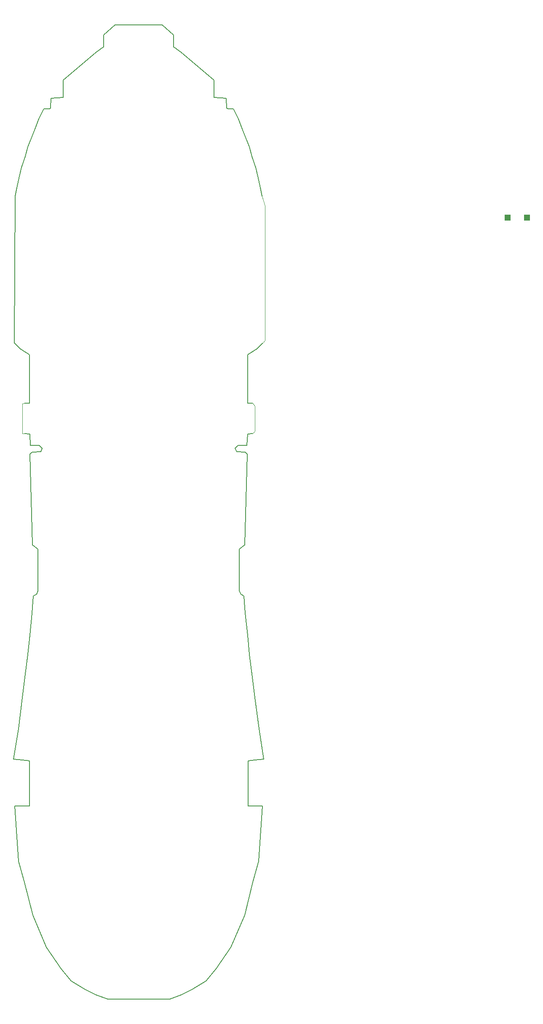
<source format=gbr>
%TF.GenerationSoftware,KiCad,Pcbnew,7.0.11*%
%TF.CreationDate,2024-06-18T14:10:42-04:00*%
%TF.ProjectId,800+,3830302b-2e6b-4696-9361-645f70636258,rev?*%
%TF.SameCoordinates,Original*%
%TF.FileFunction,Paste,Top*%
%TF.FilePolarity,Positive*%
%FSLAX46Y46*%
G04 Gerber Fmt 4.6, Leading zero omitted, Abs format (unit mm)*
G04 Created by KiCad (PCBNEW 7.0.11) date 2024-06-18 14:10:42*
%MOMM*%
%LPD*%
G01*
G04 APERTURE LIST*
%ADD10R,1.225000X1.250000*%
%TA.AperFunction,Profile*%
%ADD11C,0.200000*%
%TD*%
%TA.AperFunction,Profile*%
%ADD12C,0.100000*%
%TD*%
G04 APERTURE END LIST*
D10*
%TO.C,D44*%
X175737500Y-76662500D03*
X179662500Y-76687500D03*
%TD*%
D11*
X124957787Y-185550035D02*
X123587431Y-185661847D01*
X88100000Y-229900000D02*
X90846015Y-231585032D01*
X126614331Y-101764031D02*
X125394275Y-102951174D01*
X122982904Y-142392064D02*
X121880997Y-143156584D01*
X90846015Y-231585032D02*
X93049943Y-232732052D01*
X79790067Y-124119007D02*
X80249492Y-142392086D01*
X81610490Y-122376435D02*
X82195356Y-122930672D01*
X78682146Y-119979309D02*
X79732178Y-120083292D01*
X80181413Y-123706012D02*
X79790067Y-124119007D01*
X116755233Y-52527641D02*
X119191583Y-52658007D01*
X77125916Y-70630799D02*
X76778999Y-72341714D01*
X79645011Y-188761946D02*
X79645014Y-194797097D01*
X126106406Y-70630774D02*
X126453324Y-72341688D01*
X110182546Y-232732043D02*
X107835432Y-233537464D01*
X82195356Y-122930672D02*
X81930711Y-123611619D01*
X79645010Y-185661869D02*
X79645011Y-188761946D01*
X80752433Y-58893891D02*
X79929816Y-61009855D01*
X121621885Y-122376414D02*
X121037020Y-122930652D01*
X126504120Y-194797073D02*
X125714891Y-205892113D01*
X122150389Y-152254660D02*
X122765104Y-152609991D01*
X123442310Y-124118985D02*
X122982904Y-142392064D01*
X122765104Y-152609991D02*
X123053233Y-156057012D01*
X117161677Y-227399643D02*
X115132486Y-229899986D01*
D12*
X127000000Y-74250000D02*
X126453324Y-72341688D01*
D11*
X119286066Y-54613064D02*
X119524628Y-54812781D01*
X81351404Y-151607846D02*
X81082017Y-152254681D01*
X123500195Y-120083270D02*
X123376465Y-122376413D01*
X84040720Y-52658025D02*
X83946239Y-54613082D01*
X125792277Y-179223518D02*
X126777893Y-185401526D01*
X80467302Y-152610013D02*
X80179177Y-156057034D01*
X108677965Y-42361801D02*
X110141254Y-43476010D01*
X123897293Y-164328740D02*
X124480692Y-168914319D01*
X79335126Y-164328763D02*
X78751731Y-168914342D01*
D12*
X78250000Y-120000000D02*
X78682146Y-119979309D01*
D11*
X78751731Y-168914342D02*
X78235340Y-172973265D01*
X93049943Y-232732052D02*
X95397058Y-233537471D01*
X108677963Y-40020535D02*
X108677965Y-42361801D01*
X125394275Y-102951174D02*
X123572997Y-104183283D01*
X107835432Y-233537464D02*
X101616245Y-233537467D01*
X78235340Y-172973265D02*
X77440157Y-179223543D01*
X81082017Y-152254681D02*
X80467302Y-152610013D01*
X124550227Y-119979285D02*
X123500195Y-120083270D01*
X123587431Y-185661847D02*
X123587432Y-188761924D01*
X121037020Y-122930652D02*
X121301666Y-123611599D01*
X77517571Y-205892138D02*
X78693579Y-210081346D01*
X124538887Y-210081323D02*
X122912565Y-216716267D01*
X83106505Y-223161241D02*
X86070807Y-227399659D01*
X123302495Y-61009832D02*
X123867456Y-62463038D01*
X86477070Y-52527656D02*
X84040720Y-52658025D01*
X79645014Y-194797097D02*
X76728330Y-194797099D01*
X79732339Y-160436057D02*
X79335126Y-164328763D01*
X121880997Y-143156584D02*
X121881002Y-151607825D01*
X78103818Y-66581731D02*
X77677520Y-68346849D01*
X106378765Y-37975933D02*
X101616144Y-37975936D01*
X96853523Y-37975938D02*
X94554327Y-40020543D01*
X79855910Y-122376436D02*
X81610490Y-122376435D01*
X80319908Y-216716289D02*
X83106505Y-223161241D01*
X79732178Y-120083292D02*
X79855910Y-122376436D01*
X82595561Y-54816856D02*
X81566130Y-56800873D01*
X79929816Y-61009855D02*
X79364858Y-62463061D01*
X79659359Y-104183305D02*
X79659364Y-113904283D01*
X78821700Y-64357063D02*
X78103818Y-66581731D01*
X83946239Y-54613082D02*
X83707678Y-54812800D01*
X94554328Y-42361808D02*
X93091039Y-43476018D01*
X76454547Y-185401552D02*
X78274654Y-185550059D01*
X94554327Y-40020543D02*
X94554328Y-42361808D01*
D12*
X127000000Y-101250000D02*
X127000000Y-74250000D01*
X78250000Y-114000000D02*
X78250000Y-120000000D01*
D11*
X81930711Y-123611619D02*
X80181413Y-123706012D01*
X125714891Y-205892113D02*
X124538887Y-210081323D01*
X96853523Y-37975938D02*
X101616144Y-37975936D01*
X126777893Y-185401526D02*
X124957787Y-185550035D01*
D12*
X124550224Y-113904260D02*
X125000000Y-114500000D01*
D11*
X76728330Y-194797099D02*
X77517571Y-205892138D01*
X115132486Y-229899986D02*
X112386473Y-231585020D01*
X123867456Y-62463038D02*
X124410615Y-64357040D01*
D12*
X78682143Y-113904284D02*
X78250000Y-114000000D01*
D11*
X119191583Y-52658007D02*
X119286066Y-54613064D01*
X76778999Y-72341714D02*
X76618023Y-101764057D01*
X81566130Y-56800873D02*
X80752433Y-58893891D01*
X86477068Y-49013081D02*
X86477070Y-52527656D01*
X80179177Y-156057034D02*
X79732339Y-160436057D01*
X79659364Y-113904283D02*
X78682143Y-113904284D01*
X120636745Y-54816837D02*
X121666177Y-56800853D01*
X124997087Y-172973241D02*
X125792277Y-179223518D01*
D12*
X125000000Y-119500000D02*
X124550227Y-119979285D01*
D11*
X125128499Y-66581706D02*
X125554800Y-68346824D01*
X123587436Y-194797074D02*
X126504120Y-194797073D01*
X78693579Y-210081346D02*
X80319908Y-216716289D01*
X80249492Y-142392086D02*
X81351399Y-143156605D01*
X123050963Y-123705990D02*
X123442310Y-124118985D01*
X121881002Y-151607825D02*
X122150389Y-152254660D01*
X77838080Y-102951198D02*
X79659359Y-104183305D01*
X123376465Y-122376413D02*
X121621885Y-122376414D01*
X123572997Y-104183283D02*
X123573002Y-113904260D01*
X116755231Y-49013065D02*
X116755233Y-52527641D01*
X119524628Y-54812781D02*
X120636745Y-54816837D01*
X125554800Y-68346824D02*
X126106406Y-70630774D01*
X86070807Y-227399659D02*
X88100000Y-229900000D01*
X121666177Y-56800853D02*
X122479876Y-58893870D01*
D12*
X125000000Y-114500000D02*
X125000000Y-119500000D01*
D11*
X93091039Y-43476018D02*
X86477068Y-49013081D01*
X112386473Y-231585020D02*
X110182546Y-232732043D01*
X120125975Y-223161222D02*
X117161677Y-227399643D01*
X106378765Y-37975933D02*
X108677963Y-40020535D01*
X123573002Y-113904260D02*
X124550224Y-113904260D01*
X121301666Y-123611599D02*
X123050963Y-123705990D01*
X79364858Y-62463061D02*
X78821700Y-64357063D01*
X78274654Y-185550059D02*
X79645010Y-185661869D01*
X83707678Y-54812800D02*
X82595561Y-54816856D01*
X77677520Y-68346849D02*
X77125916Y-70630799D01*
X124410615Y-64357040D02*
X125128499Y-66581706D01*
X123053233Y-156057012D02*
X123500075Y-160436035D01*
X124480692Y-168914319D02*
X124997087Y-172973241D01*
X122479876Y-58893870D02*
X123302495Y-61009832D01*
X110141254Y-43476010D02*
X116755231Y-49013065D01*
D12*
X126614331Y-101764031D02*
X127000000Y-101250000D01*
D11*
X76618023Y-101764057D02*
X77838080Y-102951198D01*
X81351399Y-143156605D02*
X81351404Y-151607846D01*
X95397058Y-233537471D02*
X101616245Y-233537467D01*
X123587432Y-188761924D02*
X123587436Y-194797074D01*
X123500075Y-160436035D02*
X123897293Y-164328740D01*
X77440157Y-179223543D02*
X76454547Y-185401552D01*
X122912565Y-216716267D02*
X120125975Y-223161222D01*
M02*

</source>
